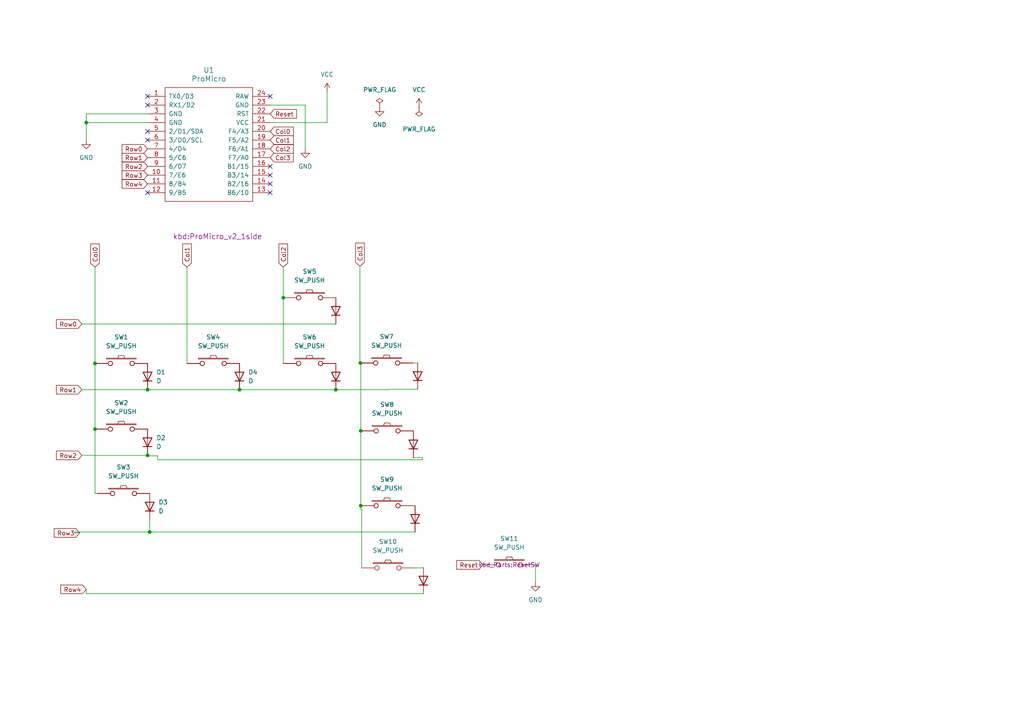
<source format=kicad_sch>
(kicad_sch (version 20230121) (generator eeschema)
  (paper "A4")
  (lib_symbols
    (symbol "Device:D" (pin_numbers hide) (pin_names (offset 1.016) hide)
      (property "Reference" "D" (at 0 2.54 0))
      (property "Value" "D" (at 0 -2.54 0))
      (symbol "D_0_1"
        (polyline (pts (xy -1.27 1.27) (xy -1.27 -1.27)) (stroke (width 0.254)))
        (polyline (pts (xy 1.27 0) (xy -1.27 0)))
        (polyline (pts (xy 1.27 1.27) (xy 1.27 -1.27) (xy -1.27 0) (xy 1.27 1.27)) (stroke (width 0.254)))
      )
      (symbol "D_1_1"
        (pin passive line (at -3.81 0 0) (length 2.54) (name "K") (number "1"))
        (pin passive line (at 3.81 0 180) (length 2.54) (name "A") (number "2"))
      )
    )
    (symbol "kbd:ProMicro" (pin_names (offset 1.016))
      (property "Reference" "U" (at 0 19.05 0))
      (property "Value" "ProMicro" (at 0 -19.05 0))
      (symbol "ProMicro_0_1"
        (rectangle (start -12.7 16.51) (end 12.7 -16.51))
      )
      (symbol "ProMicro_1_1"
        (pin bidirectional line (at -17.78 13.97 0) (length 5.08) (name "TX0/D3") (number "1"))
        (pin bidirectional line (at -17.78 -8.89 0) (length 5.08) (name "7/E6") (number "10"))
        (pin bidirectional line (at -17.78 -11.43 0) (length 5.08) (name "8/B4") (number "11"))
        (pin bidirectional line (at -17.78 -13.97 0) (length 5.08) (name "9/B5") (number "12"))
        (pin bidirectional line (at 17.78 -13.97 180) (length 5.08) (name "B6/10") (number "13"))
        (pin bidirectional line (at 17.78 -11.43 180) (length 5.08) (name "B2/16") (number "14"))
        (pin bidirectional line (at 17.78 -8.89 180) (length 5.08) (name "B3/14") (number "15"))
        (pin bidirectional line (at 17.78 -6.35 180) (length 5.08) (name "B1/15") (number "16"))
        (pin bidirectional line (at 17.78 -3.81 180) (length 5.08) (name "F7/A0") (number "17"))
        (pin bidirectional line (at 17.78 -1.27 180) (length 5.08) (name "F6/A1") (number "18"))
        (pin bidirectional line (at 17.78 1.27 180) (length 5.08) (name "F5/A2") (number "19"))
        (pin bidirectional line (at -17.78 11.43 0) (length 5.08) (name "RX1/D2") (number "2"))
        (pin bidirectional line (at 17.78 3.81 180) (length 5.08) (name "F4/A3") (number "20"))
        (pin power_in line (at 17.78 6.35 180) (length 5.08) (name "VCC") (number "21"))
        (pin input line (at 17.78 8.89 180) (length 5.08) (name "RST") (number "22"))
        (pin power_in line (at 17.78 11.43 180) (length 5.08) (name "GND") (number "23"))
        (pin power_out line (at 17.78 13.97 180) (length 5.08) (name "RAW") (number "24"))
        (pin power_in line (at -17.78 8.89 0) (length 5.08) (name "GND") (number "3"))
        (pin power_in line (at -17.78 6.35 0) (length 5.08) (name "GND") (number "4"))
        (pin bidirectional line (at -17.78 3.81 0) (length 5.08) (name "2/D1/SDA") (number "5"))
        (pin bidirectional line (at -17.78 1.27 0) (length 5.08) (name "3/D0/SCL") (number "6"))
        (pin bidirectional line (at -17.78 -1.27 0) (length 5.08) (name "4/D4") (number "7"))
        (pin bidirectional line (at -17.78 -3.81 0) (length 5.08) (name "5/C6") (number "8"))
        (pin bidirectional line (at -17.78 -6.35 0) (length 5.08) (name "6/D7") (number "9"))
      )
    )
    (symbol "kbd:SW_PUSH" (pin_numbers hide) (pin_names (offset 1.016) hide)
      (property "Reference" "SW" (at 3.81 2.794 0))
      (property "Value" "SW_PUSH" (at 0 -2.032 0))
      (symbol "SW_PUSH_0_1"
        (rectangle (start -4.318 1.27) (end 4.318 1.524))
        (polyline (pts (xy -1.016 1.524) (xy -0.762 2.286) (xy 0.762 2.286) (xy 1.016 1.524)))
        (pin passive inverted (at -7.62 0 0) (length 5.08) (name "1") (number "1"))
        (pin passive inverted (at 7.62 0 180) (length 5.08) (name "2") (number "2"))
      )
    )
    (symbol "power:GND" (power) (pin_names (offset 0))
      (property "Value" "GND" (at 0 -3.81 0))
      (symbol "GND_0_1"
        (polyline (pts (xy 0 0) (xy 0 -1.27) (xy 1.27 -1.27) (xy 0 -2.54) (xy -1.27 -1.27) (xy 0 -1.27)))
      )
      (symbol "GND_1_1"
        (pin power_in line (at 0 0 270) (length 0) hide (name "GND") (number "1"))
      )
    )
    (symbol "power:PWR_FLAG" (power) (pin_numbers hide) (pin_names (offset 0) hide)
      (property "Value" "PWR_FLAG" (at 0 3.81 0))
      (symbol "PWR_FLAG_0_0"
        (pin power_out line (at 0 0 90) (length 0) (name "pwr") (number "1"))
      )
      (symbol "PWR_FLAG_0_1"
        (polyline (pts (xy 0 0) (xy 0 1.27) (xy -1.016 1.905) (xy 0 2.54) (xy 1.016 1.905) (xy 0 1.27)))
      )
    )
    (symbol "power:VCC" (power) (pin_names (offset 0))
      (property "Value" "VCC" (at 0 3.81 0))
      (symbol "VCC_0_1"
        (polyline (pts (xy -0.762 1.27) (xy 0 2.54)))
        (polyline (pts (xy 0 0) (xy 0 2.54)))
        (polyline (pts (xy 0 2.54) (xy 0.762 1.27)))
      )
      (symbol "VCC_1_1"
        (pin power_in line (at 0 0 90) (length 0) hide (name "VCC") (number "1"))
      )
    )
  )
  (junction (at 104.648 146.685))
  (junction (at 104.521 105.283))
  (junction (at 25.019 35.56))
  (junction (at 42.799 113.03))
  (junction (at 97.409 113.03))
  (junction (at 104.648 124.968))
  (junction (at 82.169 86.36))
  (junction (at 27.559 105.41))
  (junction (at 43.434 154.305))
  (junction (at 42.799 132.08))
  (junction (at 27.559 124.46))
  (junction (at 69.469 113.03))
  (no_connect (at 78.359 48.26))
  (no_connect (at 78.359 55.88))
  (no_connect (at 42.799 55.88))
  (no_connect (at 78.359 53.34))
  (no_connect (at 42.799 27.94))
  (no_connect (at 42.799 30.48))
  (no_connect (at 78.359 50.8))
  (no_connect (at 78.359 27.94))
  (no_connect (at 42.799 38.1))
  (no_connect (at 42.799 40.64))
  (wire (pts (xy 82.169 86.36) (xy 82.169 105.41)))
  (wire (pts (xy 25.019 172.212) (xy 25.019 170.942)))
  (wire (pts (xy 45.72 132.207) (xy 42.799 132.207)))
  (wire (pts (xy 42.799 132.207) (xy 42.799 132.08)))
  (wire (pts (xy 45.72 133.35) (xy 45.72 132.207)))
  (wire (pts (xy 27.559 77.47) (xy 27.559 105.41)))
  (wire (pts (xy 122.809 164.719) (xy 122.809 164.592)))
  (wire (pts (xy 42.799 113.03) (xy 69.469 113.03)))
  (wire (pts (xy 122.555 132.715) (xy 119.888 132.715)))
  (wire (pts (xy 78.359 35.56) (xy 94.869 35.56)))
  (wire (pts (xy 119.761 105.283) (xy 121.158 105.283)))
  (wire (pts (xy 21.717 154.559) (xy 23.114 154.559)))
  (wire (pts (xy 104.521 105.283) (xy 104.902 105.283)))
  (wire (pts (xy 112.776 112.903) (xy 121.158 112.903)))
  (wire (pts (xy 119.888 125.095) (xy 119.888 124.968)))
  (wire (pts (xy 43.434 154.305) (xy 120.396 154.305)))
  (wire (pts (xy 97.409 113.03) (xy 112.776 113.03)))
  (wire (pts (xy 25.019 172.212) (xy 122.809 172.212)))
  (wire (pts (xy 45.72 133.35) (xy 122.555 133.35)))
  (wire (pts (xy 23.749 132.08) (xy 42.799 132.08)))
  (wire (pts (xy 25.019 35.56) (xy 42.799 35.56)))
  (wire (pts (xy 112.776 113.03) (xy 112.776 112.903)))
  (wire (pts (xy 88.519 30.48) (xy 78.359 30.48)))
  (wire (pts (xy 21.717 154.305) (xy 43.434 154.305)))
  (wire (pts (xy 69.469 113.03) (xy 97.409 113.03)))
  (wire (pts (xy 25.019 33.02) (xy 25.019 35.56)))
  (wire (pts (xy 27.559 124.46) (xy 27.559 143.129)))
  (wire (pts (xy 104.648 124.968) (xy 104.648 146.685)))
  (wire (pts (xy 94.869 26.67) (xy 94.869 35.56)))
  (wire (pts (xy 155.321 163.83) (xy 155.321 168.91)))
  (wire (pts (xy 23.749 113.03) (xy 42.799 113.03)))
  (wire (pts (xy 104.394 77.216) (xy 104.394 105.283)))
  (wire (pts (xy 27.559 105.41) (xy 27.559 124.46)))
  (wire (pts (xy 122.555 132.715) (xy 122.555 133.35)))
  (wire (pts (xy 43.434 150.749) (xy 43.434 154.305)))
  (wire (pts (xy 97.409 93.853) (xy 97.409 93.98)))
  (wire (pts (xy 104.648 146.685) (xy 104.648 147.701)))
  (wire (pts (xy 23.749 93.98) (xy 97.409 93.98)))
  (wire (pts (xy 122.809 164.719) (xy 120.142 164.719)))
  (wire (pts (xy 104.902 147.701) (xy 104.902 164.719)))
  (wire (pts (xy 104.902 105.664) (xy 104.648 105.664)))
  (wire (pts (xy 104.902 105.283) (xy 104.902 105.664)))
  (wire (pts (xy 104.648 105.664) (xy 104.648 124.968)))
  (wire (pts (xy 104.648 147.701) (xy 104.902 147.701)))
  (wire (pts (xy 27.559 143.129) (xy 28.194 143.129)))
  (wire (pts (xy 104.394 105.283) (xy 104.521 105.283)))
  (wire (pts (xy 119.888 146.685) (xy 120.396 146.685)))
  (wire (pts (xy 42.799 33.02) (xy 25.019 33.02)))
  (wire (pts (xy 54.229 77.47) (xy 54.229 105.41)))
  (wire (pts (xy 21.717 154.559) (xy 21.717 154.305)))
  (wire (pts (xy 82.169 77.47) (xy 82.169 86.36)))
  (wire (pts (xy 25.019 35.56) (xy 25.019 40.64)))
  (wire (pts (xy 88.519 30.48) (xy 88.519 43.18)))
  (global_label "Col0" (shape input) (at 27.559 77.47 90) (property "Intersheetrefs" "${INTERSHEET_REFS}" (effects hide)))
  (global_label "Row4" (shape input) (at 42.799 53.34 180) (property "Intersheetrefs" "${INTERSHEET_REFS}" (effects hide)))
  (global_label "Reset" (shape input) (at 140.081 163.83 180) (property "Intersheetrefs" "${INTERSHEET_REFS}" (effects hide)))
  (global_label "Col1" (shape input) (at 54.229 77.47 90) (property "Intersheetrefs" "${INTERSHEET_REFS}" (effects hide)))
  (global_label "Reset" (shape input) (at 78.359 33.02 0) (property "Intersheetrefs" "${INTERSHEET_REFS}" (effects hide)))
  (global_label "Row2" (shape input) (at 23.749 132.08 180) (property "Intersheetrefs" "${INTERSHEET_REFS}" (effects hide)))
  (global_label "Row1" (shape input) (at 23.749 113.03 180) (property "Intersheetrefs" "${INTERSHEET_REFS}" (effects hide)))
  (global_label "Row3" (shape input) (at 42.799 50.8 180) (property "Intersheetrefs" "${INTERSHEET_REFS}" (effects hide)))
  (global_label "Col3" (shape input) (at 104.394 77.216 90) (property "Intersheetrefs" "${INTERSHEET_REFS}" (effects hide)))
  (global_label "Row0" (shape input) (at 42.799 43.18 180) (property "Intersheetrefs" "${INTERSHEET_REFS}" (effects hide)))
  (global_label "Row4" (shape input) (at 25.019 170.942 180) (property "Intersheetrefs" "${INTERSHEET_REFS}" (effects hide)))
  (global_label "Col2" (shape input) (at 82.169 77.47 90) (property "Intersheetrefs" "${INTERSHEET_REFS}" (effects hide)))
  (global_label "Col2" (shape input) (at 78.359 43.18 0) (property "Intersheetrefs" "${INTERSHEET_REFS}" (effects hide)))
  (global_label "Col0" (shape input) (at 78.359 38.1 0) (property "Intersheetrefs" "${INTERSHEET_REFS}" (effects hide)))
  (global_label "Col3" (shape input) (at 78.359 45.72 0) (property "Intersheetrefs" "${INTERSHEET_REFS}" (effects hide)))
  (global_label "Row1" (shape input) (at 42.799 45.72 180) (property "Intersheetrefs" "${INTERSHEET_REFS}" (effects hide)))
  (global_label "Row3" (shape input) (at 23.114 154.559 180) (property "Intersheetrefs" "${INTERSHEET_REFS}" (effects hide)))
  (global_label "Row2" (shape input) (at 42.799 48.26 180) (property "Intersheetrefs" "${INTERSHEET_REFS}" (effects hide)))
  (global_label "Row0" (shape input) (at 23.749 93.98 180) (property "Intersheetrefs" "${INTERSHEET_REFS}" (effects hide)))
  (global_label "Col1" (shape input) (at 78.359 40.64 0) (property "Intersheetrefs" "${INTERSHEET_REFS}" (effects hide)))
  (symbol (lib_id "kbd:SW_PUSH") (at 89.789 105.41 0) (unit 1)
    (property "Reference" "SW6" (at 89.789 97.79 0))
    (property "Value" "SW_PUSH" (at 89.789 100.33 0))
    (property "Footprint" "kbd_SW:CherryMX_Hotswap_1u" (effects hide))
  )
  (symbol (lib_id "kbd:SW_PUSH") (at 112.522 164.719 0) (unit 1)
    (property "Reference" "SW10" (at 112.522 157.099 0))
    (property "Value" "SW_PUSH" (at 112.522 159.639 0))
    (property "Footprint" "kbd_SW:CherryMX_Hotswap_1u" (effects hide))
  )
  (symbol (lib_id "Device:D") (at 42.799 109.22 90) (unit 1)
    (property "Reference" "D1" (at 45.339 107.95 90) (effects (justify right)))
    (property "Value" "D" (at 45.339 110.49 90) (effects (justify right)))
    (property "Footprint" "kbd_Parts:Diode_TH_SMD" (effects hide))
    (property "Sim.Device" "D" (effects hide))
    (property "Sim.Pins" "1=K 2=A" (effects hide))
  )
  (symbol (lib_id "kbd:SW_PUSH") (at 35.179 105.41 0) (unit 1)
    (property "Reference" "SW1" (at 35.179 97.79 0))
    (property "Value" "SW_PUSH" (at 35.179 100.33 0))
    (property "Footprint" "kbd_SW:CherryMX_Hotswap_1.25u" (effects hide))
  )
  (symbol (lib_id "kbd:SW_PUSH") (at 112.268 146.685 0) (unit 1)
    (property "Reference" "SW9" (at 112.268 139.065 0))
    (property "Value" "SW_PUSH" (at 112.268 141.605 0))
    (property "Footprint" "kbd_SW:CherryMX_Hotswap_1u" (effects hide))
  )
  (symbol (lib_id "power:GND") (at 155.321 168.91 0) (unit 1)
    (property "Reference" "#PWR06" (effects hide))
    (property "Value" "GND" (at 155.321 173.99 0))
  )
  (symbol (lib_id "power:PWR_FLAG") (at 121.539 31.115 180) (unit 1)
    (property "Reference" "#FLG02" (effects hide))
    (property "Value" "PWR_FLAG" (at 121.539 37.465 0))
  )
  (symbol (lib_id "kbd:SW_PUSH") (at 89.789 86.36 0) (unit 1)
    (property "Reference" "SW5" (at 89.789 78.74 0))
    (property "Value" "SW_PUSH" (at 89.789 81.28 0))
    (property "Footprint" "kbd_SW:CherryMX_Hotswap_1u" (effects hide))
  )
  (symbol (lib_id "Device:D") (at 121.158 109.093 90) (unit 1)
    (property "Reference" "D9" (effects hide))
    (property "Value" "D" (effects hide))
    (property "Footprint" "kbd_Parts:Diode_TH_SMD" (effects hide))
    (property "Sim.Device" "D" (effects hide))
    (property "Sim.Pins" "1=K 2=A" (effects hide))
  )
  (symbol (lib_id "power:VCC") (at 94.869 26.67 0) (unit 1)
    (property "Reference" "#PWR03" (effects hide))
    (property "Value" "VCC" (at 94.869 21.59 0))
  )
  (symbol (lib_id "kbd:SW_PUSH") (at 112.268 124.968 0) (unit 1)
    (property "Reference" "SW8" (at 112.268 117.348 0))
    (property "Value" "SW_PUSH" (at 112.268 119.888 0))
    (property "Footprint" "kbd_SW:CherryMX_Hotswap_1u" (effects hide))
  )
  (symbol (lib_id "kbd:SW_PUSH") (at 147.701 163.83 0) (unit 1)
    (property "Reference" "SW11" (at 147.701 156.21 0))
    (property "Value" "SW_PUSH" (at 147.701 158.75 0))
    (property "Footprint" "kbd_Parts:ResetSW" (at 147.701 163.83 0))
  )
  (symbol (lib_id "Device:D") (at 97.409 90.17 90) (unit 1)
    (property "Reference" "D5" (effects hide))
    (property "Value" "D" (effects hide))
    (property "Footprint" "kbd_Parts:Diode_TH_SMD" (effects hide))
    (property "Sim.Device" "D" (effects hide))
    (property "Sim.Pins" "1=K 2=A" (effects hide))
  )
  (symbol (lib_id "Device:D") (at 69.469 109.22 90) (unit 1)
    (property "Reference" "D4" (at 72.009 107.95 90) (effects (justify right)))
    (property "Value" "D" (at 72.009 110.49 90) (effects (justify right)))
    (property "Footprint" "kbd_Parts:Diode_TH_SMD" (effects hide))
    (property "Sim.Device" "D" (effects hide))
    (property "Sim.Pins" "1=K 2=A" (effects hide))
  )
  (symbol (lib_id "power:GND") (at 88.519 43.18 0) (unit 1)
    (property "Reference" "#PWR02" (effects hide))
    (property "Value" "GND" (at 88.519 48.26 0))
  )
  (symbol (lib_id "power:VCC") (at 121.539 31.115 0) (unit 1)
    (property "Reference" "#PWR05" (effects hide))
    (property "Value" "VCC" (at 121.539 26.035 0))
  )
  (symbol (lib_id "Device:D") (at 42.799 128.27 90) (unit 1)
    (property "Reference" "D2" (at 45.339 127 90) (effects (justify right)))
    (property "Value" "D" (at 45.339 129.54 90) (effects (justify right)))
    (property "Footprint" "kbd_Parts:Diode_TH_SMD" (effects hide))
    (property "Sim.Device" "D" (effects hide))
    (property "Sim.Pins" "1=K 2=A" (effects hide))
  )
  (symbol (lib_id "kbd:ProMicro") (at 60.579 41.91 0) (unit 1)
    (property "Reference" "U1" (at 60.579 20.32 0) (effects (font (size 1.524 1.524))))
    (property "Value" "ProMicro" (at 60.579 22.86 0) (effects (font (size 1.524 1.524))))
    (property "Footprint" "kbd:ProMicro_v2_1side" (at 63.119 68.58 0) (effects (font (size 1.524 1.524))))
  )
  (symbol (lib_id "kbd:SW_PUSH") (at 112.141 105.283 0) (unit 1)
    (property "Reference" "SW7" (at 112.141 97.663 0))
    (property "Value" "SW_PUSH" (at 112.141 100.203 0))
    (property "Footprint" "kbd_SW:CherryMX_Hotswap_1u" (effects hide))
  )
  (symbol (lib_id "power:PWR_FLAG") (at 110.109 31.115 0) (unit 1)
    (property "Reference" "#FLG01" (effects hide))
    (property "Value" "PWR_FLAG" (at 110.109 26.035 0))
  )
  (symbol (lib_id "power:GND") (at 25.019 40.64 0) (unit 1)
    (property "Reference" "#PWR01" (effects hide))
    (property "Value" "GND" (at 25.019 45.72 0))
  )
  (symbol (lib_id "kbd:SW_PUSH") (at 35.814 143.129 0) (unit 1)
    (property "Reference" "SW3" (at 35.814 135.509 0))
    (property "Value" "SW_PUSH" (at 35.814 138.049 0))
    (property "Footprint" "kbd_SW:CherryMX_Hotswap_1.25u" (effects hide))
  )
  (symbol (lib_id "power:GND") (at 110.109 31.115 0) (unit 1)
    (property "Reference" "#PWR04" (effects hide))
    (property "Value" "GND" (at 110.109 36.195 0))
  )
  (symbol (lib_id "kbd:SW_PUSH") (at 35.179 124.46 0) (unit 1)
    (property "Reference" "SW2" (at 35.179 116.84 0))
    (property "Value" "SW_PUSH" (at 35.179 119.38 0))
    (property "Footprint" "kbd_SW:CherryMX_Hotswap_2.25u" (effects hide))
  )
  (symbol (lib_id "Device:D") (at 120.396 150.495 90) (unit 1)
    (property "Reference" "D8" (effects hide))
    (property "Value" "D" (effects hide))
    (property "Footprint" "kbd_Parts:Diode_TH_SMD" (effects hide))
    (property "Sim.Device" "D" (effects hide))
    (property "Sim.Pins" "1=K 2=A" (effects hide))
  )
  (symbol (lib_id "Device:D") (at 122.809 168.402 90) (unit 1)
    (property "Reference" "D10" (effects hide))
    (property "Value" "D" (effects hide))
    (property "Footprint" "kbd_Parts:Diode_TH_SMD" (effects hide))
    (property "Sim.Device" "D" (effects hide))
    (property "Sim.Pins" "1=K 2=A" (effects hide))
  )
  (symbol (lib_id "kbd:SW_PUSH") (at 61.849 105.41 0) (unit 1)
    (property "Reference" "SW4" (at 61.849 97.79 0))
    (property "Value" "SW_PUSH" (at 61.849 100.33 0))
    (property "Footprint" "kbd_SW:CherryMX_Hotswap_1u" (effects hide))
  )
  (symbol (lib_id "Device:D") (at 43.434 146.939 90) (unit 1)
    (property "Reference" "D3" (at 45.974 145.669 90) (effects (justify right)))
    (property "Value" "D" (at 45.974 148.209 90) (effects (justify right)))
    (property "Footprint" "kbd_Parts:Diode_TH_SMD" (effects hide))
    (property "Sim.Device" "D" (effects hide))
    (property "Sim.Pins" "1=K 2=A" (effects hide))
  )
  (symbol (lib_id "Device:D") (at 97.409 109.22 90) (unit 1)
    (property "Reference" "D6" (effects hide))
    (property "Value" "D" (effects hide))
    (property "Footprint" "kbd_Parts:Diode_TH_SMD" (effects hide))
    (property "Sim.Device" "D" (effects hide))
    (property "Sim.Pins" "1=K 2=A" (effects hide))
  )
  (symbol (lib_id "Device:D") (at 119.888 128.905 90) (unit 1)
    (property "Reference" "D7" (effects hide))
    (property "Value" "D" (effects hide))
    (property "Footprint" "kbd_Parts:Diode_TH_SMD" (effects hide))
    (property "Sim.Device" "D" (effects hide))
    (property "Sim.Pins" "1=K 2=A" (effects hide))
  )
)
</source>
